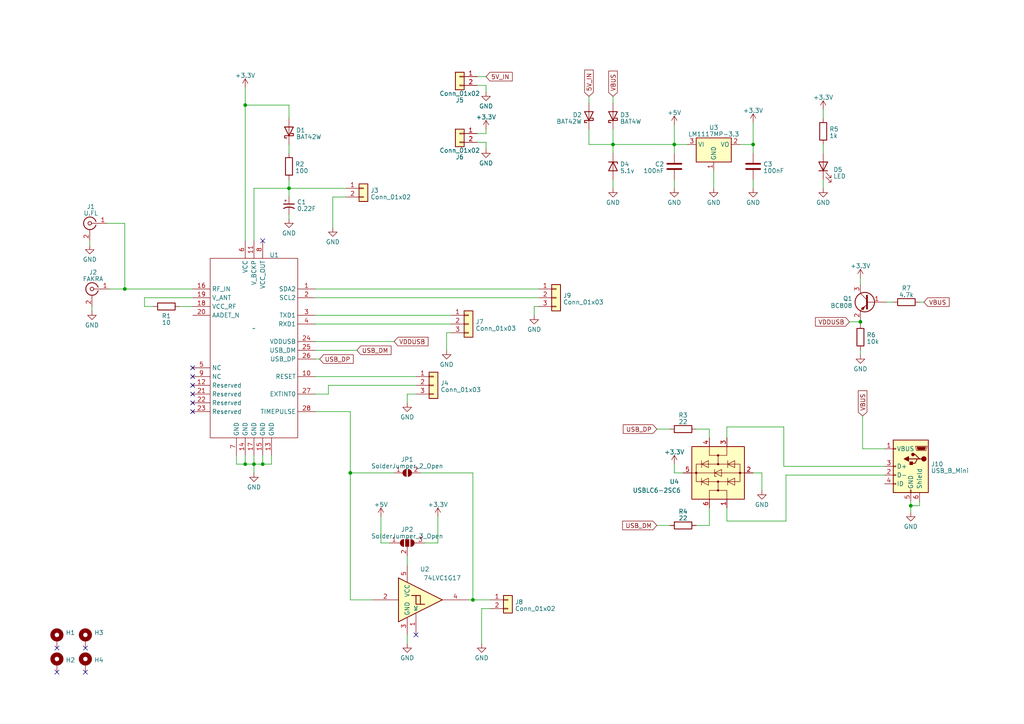
<source format=kicad_sch>
(kicad_sch (version 20230121) (generator eeschema)
  (paper "A4")
  (lib_symbols
    (symbol "74xGxx:74LVC1G17"
      (property "Reference" "U" (at 2.54 7.62 0))
      (property "Value" "74LVC1G17" (at 5.08 -7.62 0))
      (symbol "74LVC1G17_0_1"
        (polyline (pts (xy -2.54 1.27) (xy -1.27 1.27) (xy -1.27 -1.27)) (stroke (width 0.254)) (fill (type background)))
        (polyline (pts (xy -7.62 6.35) (xy -7.62 -6.35) (xy 5.08 0) (xy -7.62 6.35)) (stroke (width 0.254)) (fill (type background)))
        (polyline (pts (xy -3.81 1.27) (xy -2.54 1.27) (xy -2.54 -1.27) (xy 0 -1.27)) (stroke (width 0.254)) (fill (type background)))
      )
      (symbol "74LVC1G17_1_1"
        (pin free line (at -2.54 -10.16 90) (length 6.35) (name "NC") (number "1"))
        (pin input line (at -15.24 0 0) (length 7.62) (name "~") (number "2"))
        (pin power_in line (at -5.08 -10.16 90) (length 5.08) (name "GND") (number "3"))
        (pin output line (at 12.7 0 180) (length 7.62) (name "~") (number "4"))
        (pin power_in line (at -5.08 10.16 270) (length 5.08) (name "VCC") (number "5"))
      )
    )
    (symbol "Connector:Conn_Coaxial" (pin_names (offset 1.016) hide)
      (property "Reference" "J" (at 0.254 3.048 0))
      (property "Value" "Conn_Coaxial" (at 2.921 0 90))
      (symbol "Conn_Coaxial_0_1"
        (arc (start -1.778 -0.508) (mid 0.2311 -1.8066) (end 1.778 0) (stroke (width 0.254)))
        (polyline (pts (xy -2.54 0) (xy -0.508 0)))
        (polyline (pts (xy 0 -2.54) (xy 0 -1.778)))
        (circle (center 0 0) (radius 0.508) (stroke (width 0.2032)))
        (arc (start 1.778 0) (mid 0.2099 1.8101) (end -1.778 0.508) (stroke (width 0.254)))
      )
      (symbol "Conn_Coaxial_1_1"
        (pin passive line (at -5.08 0 0) (length 2.54) (name "In") (number "1"))
        (pin passive line (at 0 -5.08 90) (length 2.54) (name "Ext") (number "2"))
      )
    )
    (symbol "Connector:USB_B_Mini" (pin_names (offset 1.016))
      (property "Reference" "J" (at -5.08 11.43 0))
      (property "Value" "USB_B_Mini" (at -5.08 8.89 0))
      (symbol "USB_B_Mini_0_1"
        (rectangle (start -5.08 -7.62) (end 5.08 7.62) (stroke (width 0.254)) (fill (type background)))
        (circle (center -3.81 2.159) (radius 0.635) (stroke (width 0.254)) (fill (type outline)))
        (circle (center -0.635 3.429) (radius 0.381) (stroke (width 0.254)) (fill (type outline)))
        (rectangle (start -0.127 -7.62) (end 0.127 -6.858))
        (polyline (pts (xy -1.905 2.159) (xy 0.635 2.159)) (stroke (width 0.254)))
        (polyline (pts (xy -3.175 2.159) (xy -2.54 2.159) (xy -1.27 3.429) (xy -0.635 3.429)) (stroke (width 0.254)))
        (polyline (pts (xy -2.54 2.159) (xy -1.905 2.159) (xy -1.27 0.889) (xy 0 0.889)) (stroke (width 0.254)))
        (polyline (pts (xy 0.635 2.794) (xy 0.635 1.524) (xy 1.905 2.159) (xy 0.635 2.794)) (stroke (width 0.254)) (fill (type outline)))
        (polyline (pts (xy -4.318 5.588) (xy -1.778 5.588) (xy -2.032 4.826) (xy -4.064 4.826) (xy -4.318 5.588)) (fill (type outline)))
        (polyline (pts (xy -4.699 5.842) (xy -4.699 5.588) (xy -4.445 4.826) (xy -4.445 4.572) (xy -1.651 4.572) (xy -1.651 4.826) (xy -1.397 5.588) (xy -1.397 5.842) (xy -4.699 5.842)))
        (rectangle (start 0.254 1.27) (end -0.508 0.508) (stroke (width 0.254)) (fill (type outline)))
        (rectangle (start 5.08 -5.207) (end 4.318 -4.953))
        (rectangle (start 5.08 -2.667) (end 4.318 -2.413))
        (rectangle (start 5.08 -0.127) (end 4.318 0.127))
        (rectangle (start 5.08 4.953) (end 4.318 5.207))
      )
      (symbol "USB_B_Mini_1_1"
        (pin power_out line (at 7.62 5.08 180) (length 2.54) (name "VBUS") (number "1"))
        (pin bidirectional line (at 7.62 -2.54 180) (length 2.54) (name "D-") (number "2"))
        (pin bidirectional line (at 7.62 0 180) (length 2.54) (name "D+") (number "3"))
        (pin passive line (at 7.62 -5.08 180) (length 2.54) (name "ID") (number "4"))
        (pin power_out line (at 0 -10.16 90) (length 2.54) (name "GND") (number "5"))
        (pin passive line (at -2.54 -10.16 90) (length 2.54) (name "Shield") (number "6"))
      )
    )
    (symbol "Connector_Generic:Conn_01x02" (pin_names (offset 1.016) hide)
      (property "Reference" "J" (at 0 2.54 0))
      (property "Value" "Conn_01x02" (at 0 -5.08 0))
      (symbol "Conn_01x02_1_1"
        (rectangle (start -1.27 -2.413) (end 0 -2.667) (stroke (width 0.1524)))
        (rectangle (start -1.27 0.127) (end 0 -0.127) (stroke (width 0.1524)))
        (rectangle (start -1.27 1.27) (end 1.27 -3.81) (stroke (width 0.254)) (fill (type background)))
        (pin passive line (at -5.08 0 0) (length 3.81) (name "Pin_1") (number "1"))
        (pin passive line (at -5.08 -2.54 0) (length 3.81) (name "Pin_2") (number "2"))
      )
    )
    (symbol "Connector_Generic:Conn_01x03" (pin_names (offset 1.016) hide)
      (property "Reference" "J" (at 0 5.08 0))
      (property "Value" "Conn_01x03" (at 0 -5.08 0))
      (symbol "Conn_01x03_1_1"
        (rectangle (start -1.27 -2.413) (end 0 -2.667) (stroke (width 0.1524)))
        (rectangle (start -1.27 0.127) (end 0 -0.127) (stroke (width 0.1524)))
        (rectangle (start -1.27 2.667) (end 0 2.413) (stroke (width 0.1524)))
        (rectangle (start -1.27 3.81) (end 1.27 -3.81) (stroke (width 0.254)) (fill (type background)))
        (pin passive line (at -5.08 2.54 0) (length 3.81) (name "Pin_1") (number "1"))
        (pin passive line (at -5.08 0 0) (length 3.81) (name "Pin_2") (number "2"))
        (pin passive line (at -5.08 -2.54 0) (length 3.81) (name "Pin_3") (number "3"))
      )
    )
    (symbol "Device:C" (pin_numbers hide) (pin_names (offset 0.254))
      (property "Reference" "C" (at 0.635 2.54 0))
      (property "Value" "C" (at 0.635 -2.54 0))
      (symbol "C_0_1"
        (polyline (pts (xy -2.032 -0.762) (xy 2.032 -0.762)) (stroke (width 0.508)))
        (polyline (pts (xy -2.032 0.762) (xy 2.032 0.762)) (stroke (width 0.508)))
      )
      (symbol "C_1_1"
        (pin passive line (at 0 3.81 270) (length 2.794) (name "~") (number "1"))
        (pin passive line (at 0 -3.81 90) (length 2.794) (name "~") (number "2"))
      )
    )
    (symbol "Device:C_Polarized_Small_US" (pin_numbers hide) (pin_names (offset 0.254) hide)
      (property "Reference" "C" (at 0.254 1.778 0))
      (property "Value" "C_Polarized_Small_US" (at 0.254 -2.032 0))
      (symbol "C_Polarized_Small_US_0_1"
        (polyline (pts (xy -1.524 0.508) (xy 1.524 0.508)) (stroke (width 0.3048)))
        (polyline (pts (xy -1.27 1.524) (xy -0.762 1.524)))
        (polyline (pts (xy -1.016 1.27) (xy -1.016 1.778)))
        (arc (start 1.524 -0.762) (mid 0 -0.3734) (end -1.524 -0.762) (stroke (width 0.3048)))
      )
      (symbol "C_Polarized_Small_US_1_1"
        (pin passive line (at 0 2.54 270) (length 2.032) (name "~") (number "1"))
        (pin passive line (at 0 -2.54 90) (length 2.032) (name "~") (number "2"))
      )
    )
    (symbol "Device:D_Schottky" (pin_numbers hide) (pin_names (offset 1.016) hide)
      (property "Reference" "D" (at 0 2.54 0))
      (property "Value" "D_Schottky" (at 0 -2.54 0))
      (symbol "D_Schottky_0_1"
        (polyline (pts (xy 1.27 0) (xy -1.27 0)))
        (polyline (pts (xy 1.27 1.27) (xy 1.27 -1.27) (xy -1.27 0) (xy 1.27 1.27)) (stroke (width 0.254)))
        (polyline (pts (xy -1.905 0.635) (xy -1.905 1.27) (xy -1.27 1.27) (xy -1.27 -1.27) (xy -0.635 -1.27) (xy -0.635 -0.635)) (stroke (width 0.254)))
      )
      (symbol "D_Schottky_1_1"
        (pin passive line (at -3.81 0 0) (length 2.54) (name "K") (number "1"))
        (pin passive line (at 3.81 0 180) (length 2.54) (name "A") (number "2"))
      )
    )
    (symbol "Device:D_Zener" (pin_numbers hide) (pin_names (offset 1.016) hide)
      (property "Reference" "D" (at 0 2.54 0))
      (property "Value" "D_Zener" (at 0 -2.54 0))
      (symbol "D_Zener_0_1"
        (polyline (pts (xy 1.27 0) (xy -1.27 0)))
        (polyline (pts (xy -1.27 -1.27) (xy -1.27 1.27) (xy -0.762 1.27)) (stroke (width 0.254)))
        (polyline (pts (xy 1.27 -1.27) (xy 1.27 1.27) (xy -1.27 0) (xy 1.27 -1.27)) (stroke (width 0.254)))
      )
      (symbol "D_Zener_1_1"
        (pin passive line (at -3.81 0 0) (length 2.54) (name "K") (number "1"))
        (pin passive line (at 3.81 0 180) (length 2.54) (name "A") (number "2"))
      )
    )
    (symbol "Device:LED" (pin_numbers hide) (pin_names (offset 1.016) hide)
      (property "Reference" "D" (at 0 2.54 0))
      (property "Value" "LED" (at 0 -2.54 0))
      (symbol "LED_0_1"
        (polyline (pts (xy -1.27 -1.27) (xy -1.27 1.27)) (stroke (width 0.254)))
        (polyline (pts (xy -1.27 0) (xy 1.27 0)))
        (polyline (pts (xy 1.27 -1.27) (xy 1.27 1.27) (xy -1.27 0) (xy 1.27 -1.27)) (stroke (width 0.254)))
        (polyline (pts (xy -3.048 -0.762) (xy -4.572 -2.286) (xy -3.81 -2.286) (xy -4.572 -2.286) (xy -4.572 -1.524)))
        (polyline (pts (xy -1.778 -0.762) (xy -3.302 -2.286) (xy -2.54 -2.286) (xy -3.302 -2.286) (xy -3.302 -1.524)))
      )
      (symbol "LED_1_1"
        (pin passive line (at -3.81 0 0) (length 2.54) (name "K") (number "1"))
        (pin passive line (at 3.81 0 180) (length 2.54) (name "A") (number "2"))
      )
    )
    (symbol "Device:R" (pin_numbers hide) (pin_names (offset 0))
      (property "Reference" "R" (at 2.032 0 90))
      (property "Value" "R" (at 0 0 90))
      (symbol "R_0_1"
        (rectangle (start -1.016 -2.54) (end 1.016 2.54) (stroke (width 0.254)))
      )
      (symbol "R_1_1"
        (pin passive line (at 0 3.81 270) (length 1.27) (name "~") (number "1"))
        (pin passive line (at 0 -3.81 90) (length 1.27) (name "~") (number "2"))
      )
    )
    (symbol "Jumper:SolderJumper_2_Open" (pin_names (offset 0) hide)
      (property "Reference" "JP" (at 0 2.032 0))
      (property "Value" "SolderJumper_2_Open" (at 0 -2.54 0))
      (symbol "SolderJumper_2_Open_0_1"
        (arc (start -0.254 1.016) (mid -1.2656 0) (end -0.254 -1.016))
        (arc (start -0.254 1.016) (mid -1.2656 0) (end -0.254 -1.016) (fill (type outline)))
        (polyline (pts (xy -0.254 1.016) (xy -0.254 -1.016)))
        (polyline (pts (xy 0.254 1.016) (xy 0.254 -1.016)))
        (arc (start 0.254 -1.016) (mid 1.2656 0) (end 0.254 1.016))
        (arc (start 0.254 -1.016) (mid 1.2656 0) (end 0.254 1.016) (fill (type outline)))
      )
      (symbol "SolderJumper_2_Open_1_1"
        (pin passive line (at -3.81 0 0) (length 2.54) (name "A") (number "1"))
        (pin passive line (at 3.81 0 180) (length 2.54) (name "B") (number "2"))
      )
    )
    (symbol "Jumper:SolderJumper_3_Open" (pin_names (offset 0) hide)
      (property "Reference" "JP" (at -2.54 -2.54 0))
      (property "Value" "SolderJumper_3_Open" (at 0 2.794 0))
      (symbol "SolderJumper_3_Open_0_1"
        (arc (start -1.016 1.016) (mid -2.0276 0) (end -1.016 -1.016))
        (arc (start -1.016 1.016) (mid -2.0276 0) (end -1.016 -1.016) (fill (type outline)))
        (rectangle (start -0.508 1.016) (end 0.508 -1.016) (fill (type outline)))
        (polyline (pts (xy -2.54 0) (xy -2.032 0)))
        (polyline (pts (xy -1.016 1.016) (xy -1.016 -1.016)))
        (polyline (pts (xy 0 -1.27) (xy 0 -1.016)))
        (polyline (pts (xy 1.016 1.016) (xy 1.016 -1.016)))
        (polyline (pts (xy 2.54 0) (xy 2.032 0)))
        (arc (start 1.016 -1.016) (mid 2.0276 0) (end 1.016 1.016))
        (arc (start 1.016 -1.016) (mid 2.0276 0) (end 1.016 1.016) (fill (type outline)))
      )
      (symbol "SolderJumper_3_Open_1_1"
        (pin passive line (at -5.08 0 0) (length 2.54) (name "A") (number "1"))
        (pin passive line (at 0 -3.81 90) (length 2.54) (name "C") (number "2"))
        (pin passive line (at 5.08 0 180) (length 2.54) (name "B") (number "3"))
      )
    )
    (symbol "Mechanical:MountingHole_Pad" (pin_numbers hide) (pin_names (offset 1.016) hide)
      (property "Reference" "H" (at 0 6.35 0))
      (property "Value" "MountingHole_Pad" (at 0 4.445 0))
      (symbol "MountingHole_Pad_0_1"
        (circle (center 0 1.27) (radius 1.27) (stroke (width 1.27)))
      )
      (symbol "MountingHole_Pad_1_1"
        (pin input line (at 0 -2.54 90) (length 2.54) (name "1") (number "1"))
      )
    )
    (symbol "Power_Protection:USBLC6-2SC6" (pin_names hide)
      (property "Reference" "U" (at 2.54 8.89 0))
      (property "Value" "USBLC6-2SC6" (at 2.54 -8.89 0))
      (symbol "USBLC6-2SC6_0_1"
        (rectangle (start -7.62 -7.62) (end 7.62 7.62) (stroke (width 0.254)) (fill (type background)))
        (circle (center -5.08 0) (radius 0.254) (fill (type outline)))
        (circle (center -2.54 0) (radius 0.254) (fill (type outline)))
        (rectangle (start -2.54 6.35) (end 2.54 -6.35))
        (circle (center 0 -6.35) (radius 0.254) (fill (type outline)))
        (polyline (pts (xy -5.08 -2.54) (xy -7.62 -2.54)))
        (polyline (pts (xy -5.08 0) (xy -5.08 -2.54)))
        (polyline (pts (xy -5.08 2.54) (xy -7.62 2.54)))
        (polyline (pts (xy -1.524 -2.794) (xy -3.556 -2.794)))
        (polyline (pts (xy -1.524 4.826) (xy -3.556 4.826)))
        (polyline (pts (xy 0 -7.62) (xy 0 -6.35)))
        (polyline (pts (xy 0 -6.35) (xy 0 1.27)))
        (polyline (pts (xy 0 1.27) (xy 0 6.35)))
        (polyline (pts (xy 0 6.35) (xy 0 7.62)))
        (polyline (pts (xy 1.524 -2.794) (xy 3.556 -2.794)))
        (polyline (pts (xy 1.524 4.826) (xy 3.556 4.826)))
        (polyline (pts (xy 5.08 -2.54) (xy 7.62 -2.54)))
        (polyline (pts (xy 5.08 0) (xy 5.08 -2.54)))
        (polyline (pts (xy 5.08 2.54) (xy 7.62 2.54)))
        (polyline (pts (xy -2.54 0) (xy -5.08 0) (xy -5.08 2.54)))
        (polyline (pts (xy 2.54 0) (xy 5.08 0) (xy 5.08 2.54)))
        (polyline (pts (xy -3.556 -4.826) (xy -1.524 -4.826) (xy -2.54 -2.794) (xy -3.556 -4.826)))
        (polyline (pts (xy -3.556 2.794) (xy -1.524 2.794) (xy -2.54 4.826) (xy -3.556 2.794)))
        (polyline (pts (xy -1.016 -1.016) (xy 1.016 -1.016) (xy 0 1.016) (xy -1.016 -1.016)))
        (polyline (pts (xy 1.016 1.016) (xy 0.762 1.016) (xy -1.016 1.016) (xy -1.016 0.508)))
        (polyline (pts (xy 3.556 -4.826) (xy 1.524 -4.826) (xy 2.54 -2.794) (xy 3.556 -4.826)))
        (polyline (pts (xy 3.556 2.794) (xy 1.524 2.794) (xy 2.54 4.826) (xy 3.556 2.794)))
        (circle (center 0 6.35) (radius 0.254) (fill (type outline)))
        (circle (center 2.54 0) (radius 0.254) (fill (type outline)))
        (circle (center 5.08 0) (radius 0.254) (fill (type outline)))
      )
      (symbol "USBLC6-2SC6_1_1"
        (pin passive line (at -10.16 -2.54 0) (length 2.54) (name "I/O1") (number "1"))
        (pin passive line (at 0 -10.16 90) (length 2.54) (name "GND") (number "2"))
        (pin passive line (at 10.16 -2.54 180) (length 2.54) (name "I/O2") (number "3"))
        (pin passive line (at 10.16 2.54 180) (length 2.54) (name "I/O2") (number "4"))
        (pin passive line (at 0 10.16 270) (length 2.54) (name "VBUS") (number "5"))
        (pin passive line (at -10.16 2.54 0) (length 2.54) (name "I/O1") (number "6"))
      )
    )
    (symbol "Regulator_Linear:LM1117MP-3.3"
      (property "Reference" "U" (at -3.81 3.175 0))
      (property "Value" "LM1117MP-3.3" (at 0 3.175 0))
      (symbol "LM1117MP-3.3_0_1"
        (rectangle (start -5.08 -5.08) (end 5.08 1.905) (stroke (width 0.254)) (fill (type background)))
      )
      (symbol "LM1117MP-3.3_1_1"
        (pin power_in line (at 0 -7.62 90) (length 2.54) (name "GND") (number "1"))
        (pin power_out line (at 7.62 0 180) (length 2.54) (name "VO") (number "2"))
        (pin power_in line (at -7.62 0 0) (length 2.54) (name "VI") (number "3"))
      )
    )
    (symbol "Transistor_BJT:BC808" (pin_names (offset 0) hide)
      (property "Reference" "Q" (at 5.08 1.905 0))
      (property "Value" "BC808" (at 5.08 0 0))
      (symbol "BC808_0_1"
        (polyline (pts (xy 0.635 0.635) (xy 2.54 2.54)))
        (polyline (pts (xy 0.635 -0.635) (xy 2.54 -2.54) (xy 2.54 -2.54)))
        (polyline (pts (xy 0.635 1.905) (xy 0.635 -1.905) (xy 0.635 -1.905)) (stroke (width 0.508)))
        (polyline (pts (xy 2.286 -1.778) (xy 1.778 -2.286) (xy 1.27 -1.27) (xy 2.286 -1.778) (xy 2.286 -1.778)) (fill (type outline)))
        (circle (center 1.27 0) (radius 2.8194) (stroke (width 0.254)))
      )
      (symbol "BC808_1_1"
        (pin input line (at -5.08 0 0) (length 5.715) (name "B") (number "1"))
        (pin passive line (at 2.54 -5.08 90) (length 2.54) (name "E") (number "2"))
        (pin passive line (at 2.54 5.08 270) (length 2.54) (name "C") (number "3"))
      )
    )
    (symbol "power:+3.3V" (power) (pin_names (offset 0))
      (property "Value" "+3.3V" (at 0 3.556 0))
      (symbol "+3.3V_0_1"
        (polyline (pts (xy -0.762 1.27) (xy 0 2.54)))
        (polyline (pts (xy 0 0) (xy 0 2.54)))
        (polyline (pts (xy 0 2.54) (xy 0.762 1.27)))
      )
      (symbol "+3.3V_1_1"
        (pin power_in line (at 0 0 90) (length 0) hide (name "+3.3V") (number "1"))
      )
    )
    (symbol "power:+5V" (power) (pin_names (offset 0))
      (property "Value" "+5V" (at 0 3.556 0))
      (symbol "+5V_0_1"
        (polyline (pts (xy -0.762 1.27) (xy 0 2.54)))
        (polyline (pts (xy 0 0) (xy 0 2.54)))
        (polyline (pts (xy 0 2.54) (xy 0.762 1.27)))
      )
      (symbol "+5V_1_1"
        (pin power_in line (at 0 0 90) (length 0) hide (name "+5V") (number "1"))
      )
    )
    (symbol "power:GND" (power) (pin_names (offset 0))
      (property "Value" "GND" (at 0 -3.81 0))
      (symbol "GND_0_1"
        (polyline (pts (xy 0 0) (xy 0 -1.27) (xy 1.27 -1.27) (xy 0 -2.54) (xy -1.27 -1.27) (xy 0 -1.27)))
      )
      (symbol "GND_1_1"
        (pin power_in line (at 0 0 270) (length 0) hide (name "GND") (number "1"))
      )
    )
    (symbol "ublox-lea-6h:ublox-lea-6h"
      (property "Reference" "U" (at 0 0 0))
      (symbol "ublox-lea-6h_1_1"
        (rectangle (start -12.7 26.67) (end 12.7 -25.4))
        (pin bidirectional line (at 17.78 17.78 180) (length 5.08) (name "SDA2") (number "1"))
        (pin input line (at 17.78 -7.62 180) (length 5.08) (name "RESET") (number "10"))
        (pin power_in line (at 0 31.75 270) (length 5.08) (name "V_BCKP") (number "11"))
        (pin no_connect line (at -17.78 -10.16 0) (length 5.08) (name "Reserved") (number "12"))
        (pin power_in line (at 5.08 -30.48 90) (length 5.08) (name "GND") (number "13"))
        (pin power_in line (at -2.54 -30.48 90) (length 5.08) (name "GND") (number "14"))
        (pin power_in line (at 2.54 -30.48 90) (length 5.08) (name "GND") (number "15"))
        (pin input line (at -17.78 17.78 0) (length 5.08) (name "RF_IN") (number "16"))
        (pin power_in line (at 0 -30.48 90) (length 5.08) (name "GND") (number "17"))
        (pin power_in line (at -17.78 12.7 0) (length 5.08) (name "VCC_RF") (number "18"))
        (pin power_in line (at -17.78 15.24 0) (length 5.08) (name "V_ANT") (number "19"))
        (pin input line (at 17.78 15.24 180) (length 5.08) (name "SCL2") (number "2"))
        (pin input line (at -17.78 10.16 0) (length 5.08) (name "AADET_N") (number "20"))
        (pin no_connect line (at -17.78 -12.7 0) (length 5.08) (name "Reserved") (number "21"))
        (pin no_connect line (at -17.78 -15.24 0) (length 5.08) (name "Reserved") (number "22"))
        (pin no_connect line (at -17.78 -17.78 0) (length 5.08) (name "Reserved") (number "23"))
        (pin power_in line (at 17.78 2.54 180) (length 5.08) (name "VDDUSB") (number "24"))
        (pin bidirectional line (at 17.78 0 180) (length 5.08) (name "USB_DM") (number "25"))
        (pin bidirectional line (at 17.78 -2.54 180) (length 5.08) (name "USB_DP") (number "26"))
        (pin input line (at 17.78 -12.7 180) (length 5.08) (name "EXTINT0") (number "27"))
        (pin output line (at 17.78 -17.78 180) (length 5.08) (name "TIMEPULSE") (number "28"))
        (pin output line (at 17.78 10.16 180) (length 5.08) (name "TXD1") (number "3"))
        (pin input line (at 17.78 7.62 180) (length 5.08) (name "RXD1") (number "4"))
        (pin no_connect line (at -17.78 -5.08 0) (length 5.08) (name "NC") (number "5"))
        (pin power_in line (at -2.54 31.75 270) (length 5.08) (name "VCC") (number "6"))
        (pin power_in line (at -5.08 -30.48 90) (length 5.08) (name "GND") (number "7"))
        (pin power_out line (at 2.54 31.75 270) (length 5.08) (name "VCC_OUT") (number "8"))
        (pin no_connect line (at -17.78 -7.62 0) (length 5.08) (name "NC") (number "9"))
      )
    )
  )
  (junction (at 177.8 41.91))
  (junction (at 71.12 134.62))
  (junction (at 249.555 93.345))
  (junction (at 195.58 41.91))
  (junction (at 101.6 137.16))
  (junction (at 218.44 41.91))
  (junction (at 36.195 83.82))
  (junction (at 73.66 134.62))
  (junction (at 76.2 134.62))
  (junction (at 83.82 54.61))
  (junction (at 264.16 146.685))
  (junction (at 137.16 173.99))
  (junction (at 71.12 30.48))
  (no_connect (at 24.765 194.945))
  (no_connect (at 55.88 111.76))
  (no_connect (at 24.765 187.96))
  (no_connect (at 120.65 184.15))
  (no_connect (at 55.88 119.38))
  (no_connect (at 55.88 109.22))
  (no_connect (at 55.88 116.84))
  (no_connect (at 55.88 106.68))
  (no_connect (at 76.2 69.85))
  (no_connect (at 16.51 187.96))
  (no_connect (at 16.51 194.945))
  (no_connect (at 55.88 114.3))
  (wire (pts (xy 68.58 134.62) (xy 71.12 134.62)))
  (wire (pts (xy 36.195 83.82) (xy 55.88 83.82)))
  (wire (pts (xy 83.82 62.23) (xy 83.82 63.5)))
  (wire (pts (xy 138.43 41.275) (xy 140.97 41.275)))
  (wire (pts (xy 156.21 88.9) (xy 154.94 88.9)))
  (wire (pts (xy 110.49 149.86) (xy 110.49 157.48)))
  (wire (pts (xy 73.66 134.62) (xy 76.2 134.62)))
  (wire (pts (xy 83.82 30.48) (xy 71.12 30.48)))
  (wire (pts (xy 130.81 96.52) (xy 129.54 96.52)))
  (wire (pts (xy 218.44 41.91) (xy 218.44 44.45)))
  (wire (pts (xy 198.12 137.16) (xy 195.58 137.16)))
  (wire (pts (xy 137.16 137.16) (xy 137.16 173.99)))
  (wire (pts (xy 218.44 52.07) (xy 218.44 54.61)))
  (wire (pts (xy 91.44 91.44) (xy 130.81 91.44)))
  (wire (pts (xy 177.8 41.91) (xy 195.58 41.91)))
  (wire (pts (xy 71.12 132.08) (xy 71.12 134.62)))
  (wire (pts (xy 55.88 86.36) (xy 41.91 86.36)))
  (wire (pts (xy 118.11 161.29) (xy 118.11 163.83)))
  (wire (pts (xy 91.44 93.98) (xy 130.81 93.98)))
  (wire (pts (xy 249.555 93.345) (xy 249.555 93.98)))
  (wire (pts (xy 101.6 137.16) (xy 114.3 137.16)))
  (wire (pts (xy 73.66 54.61) (xy 83.82 54.61)))
  (wire (pts (xy 83.82 41.91) (xy 83.82 44.45)))
  (wire (pts (xy 127 149.86) (xy 127 157.48)))
  (wire (pts (xy 123.19 157.48) (xy 127 157.48)))
  (wire (pts (xy 91.44 101.6) (xy 103.505 101.6)))
  (wire (pts (xy 138.43 22.225) (xy 140.97 22.225)))
  (wire (pts (xy 220.98 137.16) (xy 220.98 142.24)))
  (wire (pts (xy 195.58 41.91) (xy 195.58 44.45)))
  (wire (pts (xy 238.76 31.75) (xy 238.76 34.29)))
  (wire (pts (xy 257.175 87.63) (xy 259.08 87.63)))
  (wire (pts (xy 195.58 137.16) (xy 195.58 134.62)))
  (wire (pts (xy 249.555 101.6) (xy 249.555 102.87)))
  (wire (pts (xy 83.82 52.07) (xy 83.82 54.61)))
  (wire (pts (xy 250.19 130.175) (xy 256.54 130.175)))
  (wire (pts (xy 170.815 37.465) (xy 170.815 41.91)))
  (wire (pts (xy 170.815 41.91) (xy 177.8 41.91)))
  (wire (pts (xy 83.82 54.61) (xy 100.33 54.61)))
  (wire (pts (xy 140.97 24.765) (xy 140.97 26.67)))
  (wire (pts (xy 91.44 99.06) (xy 114.3 99.06)))
  (wire (pts (xy 264.16 145.415) (xy 264.16 146.685)))
  (wire (pts (xy 91.44 119.38) (xy 101.6 119.38)))
  (wire (pts (xy 71.12 25.4) (xy 71.12 30.48)))
  (wire (pts (xy 83.82 54.61) (xy 83.82 57.15)))
  (wire (pts (xy 26.67 88.9) (xy 26.67 90.17)))
  (wire (pts (xy 264.16 146.685) (xy 264.16 148.59)))
  (wire (pts (xy 205.74 124.46) (xy 205.74 127)))
  (wire (pts (xy 195.58 52.07) (xy 195.58 54.61)))
  (wire (pts (xy 266.7 87.63) (xy 267.97 87.63)))
  (wire (pts (xy 83.82 34.29) (xy 83.82 30.48)))
  (wire (pts (xy 36.195 64.77) (xy 36.195 83.82)))
  (wire (pts (xy 227.33 135.255) (xy 227.33 123.825)))
  (wire (pts (xy 177.8 27.94) (xy 177.8 29.845)))
  (wire (pts (xy 177.8 37.465) (xy 177.8 41.91)))
  (wire (pts (xy 250.19 120.65) (xy 250.19 130.175)))
  (wire (pts (xy 31.115 64.77) (xy 36.195 64.77)))
  (wire (pts (xy 73.66 54.61) (xy 73.66 69.85)))
  (wire (pts (xy 100.33 57.15) (xy 96.52 57.15)))
  (wire (pts (xy 91.44 109.22) (xy 120.65 109.22)))
  (wire (pts (xy 138.43 24.765) (xy 140.97 24.765)))
  (wire (pts (xy 137.16 173.99) (xy 142.24 173.99)))
  (wire (pts (xy 135.89 173.99) (xy 137.16 173.99)))
  (wire (pts (xy 256.54 135.255) (xy 227.33 135.255)))
  (wire (pts (xy 118.11 114.3) (xy 118.11 116.84)))
  (wire (pts (xy 249.555 80.645) (xy 249.555 82.55)))
  (wire (pts (xy 210.82 151.13) (xy 227.965 151.13)))
  (wire (pts (xy 238.76 41.91) (xy 238.76 44.45)))
  (wire (pts (xy 190.5 124.46) (xy 194.31 124.46)))
  (wire (pts (xy 101.6 173.99) (xy 107.95 173.99)))
  (wire (pts (xy 170.815 27.94) (xy 170.815 29.845)))
  (wire (pts (xy 207.01 49.53) (xy 207.01 54.61)))
  (wire (pts (xy 138.43 38.735) (xy 140.97 38.735)))
  (wire (pts (xy 73.66 134.62) (xy 73.66 137.16)))
  (wire (pts (xy 120.65 114.3) (xy 118.11 114.3)))
  (wire (pts (xy 266.7 146.685) (xy 266.7 145.415)))
  (wire (pts (xy 195.58 41.91) (xy 199.39 41.91)))
  (wire (pts (xy 205.74 147.32) (xy 205.74 152.4)))
  (wire (pts (xy 91.44 86.36) (xy 156.21 86.36)))
  (wire (pts (xy 91.44 104.14) (xy 92.71 104.14)))
  (wire (pts (xy 227.965 137.795) (xy 256.54 137.795)))
  (wire (pts (xy 238.76 52.07) (xy 238.76 54.61)))
  (wire (pts (xy 113.03 157.48) (xy 110.49 157.48)))
  (wire (pts (xy 52.07 88.9) (xy 55.88 88.9)))
  (wire (pts (xy 91.44 114.3) (xy 95.25 114.3)))
  (wire (pts (xy 76.2 132.08) (xy 76.2 134.62)))
  (wire (pts (xy 71.12 30.48) (xy 71.12 69.85)))
  (wire (pts (xy 264.16 146.685) (xy 266.7 146.685)))
  (wire (pts (xy 41.91 88.9) (xy 44.45 88.9)))
  (wire (pts (xy 101.6 119.38) (xy 101.6 137.16)))
  (wire (pts (xy 71.12 134.62) (xy 73.66 134.62)))
  (wire (pts (xy 91.44 83.82) (xy 156.21 83.82)))
  (wire (pts (xy 78.74 134.62) (xy 78.74 132.08)))
  (wire (pts (xy 177.8 44.45) (xy 177.8 41.91)))
  (wire (pts (xy 142.24 176.53) (xy 139.7 176.53)))
  (wire (pts (xy 218.44 137.16) (xy 220.98 137.16)))
  (wire (pts (xy 95.25 114.3) (xy 95.25 111.76)))
  (wire (pts (xy 140.97 41.275) (xy 140.97 43.18)))
  (wire (pts (xy 227.965 151.13) (xy 227.965 137.795)))
  (wire (pts (xy 190.5 152.4) (xy 194.31 152.4)))
  (wire (pts (xy 210.82 123.825) (xy 210.82 127)))
  (wire (pts (xy 76.2 134.62) (xy 78.74 134.62)))
  (wire (pts (xy 95.25 111.76) (xy 120.65 111.76)))
  (wire (pts (xy 121.92 137.16) (xy 137.16 137.16)))
  (wire (pts (xy 73.66 132.08) (xy 73.66 134.62)))
  (wire (pts (xy 177.8 52.07) (xy 177.8 54.61)))
  (wire (pts (xy 129.54 96.52) (xy 129.54 101.6)))
  (wire (pts (xy 249.555 92.71) (xy 249.555 93.345)))
  (wire (pts (xy 227.33 123.825) (xy 210.82 123.825)))
  (wire (pts (xy 154.94 88.9) (xy 154.94 91.44)))
  (wire (pts (xy 31.75 83.82) (xy 36.195 83.82)))
  (wire (pts (xy 26.035 69.85) (xy 26.035 71.12)))
  (wire (pts (xy 246.38 93.345) (xy 249.555 93.345)))
  (wire (pts (xy 139.7 176.53) (xy 139.7 186.69)))
  (wire (pts (xy 195.58 36.195) (xy 195.58 41.91)))
  (wire (pts (xy 118.11 184.15) (xy 118.11 186.69)))
  (wire (pts (xy 68.58 132.08) (xy 68.58 134.62)))
  (wire (pts (xy 41.91 86.36) (xy 41.91 88.9)))
  (wire (pts (xy 96.52 57.15) (xy 96.52 66.04)))
  (wire (pts (xy 140.97 37.465) (xy 140.97 38.735)))
  (wire (pts (xy 218.44 35.56) (xy 218.44 41.91)))
  (wire (pts (xy 210.82 147.32) (xy 210.82 151.13)))
  (wire (pts (xy 201.93 152.4) (xy 205.74 152.4)))
  (wire (pts (xy 101.6 137.16) (xy 101.6 173.99)))
  (wire (pts (xy 214.63 41.91) (xy 218.44 41.91)))
  (wire (pts (xy 205.74 124.46) (xy 201.93 124.46)))
  (global_label "VDDUSB" (shape input) (at 246.38 93.345 180) (property "Intersheetrefs" "${INTERSHEET_REFS}" (effects hide)))
  (global_label "VBUS" (shape input) (at 267.97 87.63 0) (property "Intersheetrefs" "${INTERSHEET_REFS}" (effects hide)))
  (global_label "5V_IN" (shape input) (at 170.815 27.94 90) (property "Intersheetrefs" "${INTERSHEET_REFS}" (effects hide)))
  (global_label "VBUS" (shape input) (at 177.8 27.94 90) (property "Intersheetrefs" "${INTERSHEET_REFS}" (effects hide)))
  (global_label "USB_DP" (shape input) (at 190.5 124.46 180) (property "Intersheetrefs" "${INTERSHEET_REFS}" (effects hide)))
  (global_label "VDDUSB" (shape input) (at 114.3 99.06 0) (property "Intersheetrefs" "${INTERSHEET_REFS}" (effects hide)))
  (global_label "USB_DM" (shape input) (at 103.505 101.6 0) (property "Intersheetrefs" "${INTERSHEET_REFS}" (effects hide)))
  (global_label "VBUS" (shape input) (at 250.19 120.65 90) (property "Intersheetrefs" "${INTERSHEET_REFS}" (effects hide)))
  (global_label "USB_DP" (shape input) (at 92.71 104.14 0) (property "Intersheetrefs" "${INTERSHEET_REFS}" (effects hide)))
  (global_label "USB_DM" (shape input) (at 190.5 152.4 180) (property "Intersheetrefs" "${INTERSHEET_REFS}" (effects hide)))
  (global_label "5V_IN" (shape input) (at 140.97 22.225 0) (property "Intersheetrefs" "${INTERSHEET_REFS}" (effects hide)))
  (symbol (lib_id "Connector:Conn_Coaxial") (at 26.67 83.82 0) (mirror y) (unit 1)
    (property "Reference" "J2" (at 26.9874 78.9835 0))
    (property "Value" "FAKRA" (at 26.9874 80.9045 0))
    (property "Footprint" "Connector_Coaxial:SMA_Amphenol_901-144_Vertical" (effects hide))
    (property "Datasheet" " ~" (effects hide))
    (property "reichelt" "DELOCK 89774" (effects hide))
  )
  (symbol (lib_id "power:+3.3V") (at 238.76 31.75 0) (unit 1)
    (property "Reference" "#PWR025" (effects hide))
    (property "Value" "+3.3V" (at 238.76 28.2481 0))
  )
  (symbol (lib_id "power:+3.3V") (at 195.58 134.62 0) (unit 1)
    (property "Reference" "#PWR020" (effects hide))
    (property "Value" "+3.3V" (at 195.58 131.1181 0))
  )
  (symbol (lib_id "Mechanical:MountingHole_Pad") (at 16.51 192.405 0) (unit 1)
    (property "Reference" "H2" (at 19.05 191.4518 0) (effects (justify left)))
    (property "Value" "MountingHole_Pad" (effects hide))
    (property "Footprint" "MountingHole:MountingHole_3.2mm_M3_DIN965_Pad_TopBottom" (effects hide))
  )
  (symbol (lib_id "Device:C_Polarized_Small_US") (at 83.82 59.69 0) (unit 1)
    (property "Reference" "C1" (at 86.1314 58.6145 0) (effects (justify left)))
    (property "Value" "0.22F" (at 86.1314 60.5355 0) (effects (justify left)))
    (property "Footprint" "DMS3R3224RF:DMS3R3224RF" (effects hide))
    (property "Reichelt" "KO DMS3R3224RF" (effects hide))
  )
  (symbol (lib_id "Device:LED") (at 238.76 48.26 90) (unit 1)
    (property "Reference" "D5" (at 241.681 49.2038 90) (effects (justify right)))
    (property "Value" "LED" (at 241.681 51.1248 90) (effects (justify right)))
    (property "Footprint" "LED_SMD:LED_0603_1608Metric_Pad1.05x0.95mm_HandSolder" (effects hide))
  )
  (symbol (lib_id "power:GND") (at 83.82 63.5 0) (unit 1)
    (property "Reference" "#PWR05" (effects hide))
    (property "Value" "GND" (at 83.82 67.6355 0))
  )
  (symbol (lib_id "power:GND") (at 195.58 54.61 0) (unit 1)
    (property "Reference" "#PWR019" (effects hide))
    (property "Value" "GND" (at 195.58 58.7455 0))
  )
  (symbol (lib_id "power:GND") (at 26.67 90.17 0) (unit 1)
    (property "Reference" "#PWR02" (effects hide))
    (property "Value" "GND" (at 26.67 94.3055 0))
  )
  (symbol (lib_id "Mechanical:MountingHole_Pad") (at 24.765 192.405 0) (unit 1)
    (property "Reference" "H4" (at 27.305 191.4518 0) (effects (justify left)))
    (property "Value" "MountingHole_Pad" (effects hide))
    (property "Footprint" "MountingHole:MountingHole_3.2mm_M3_DIN965_Pad_TopBottom" (effects hide))
  )
  (symbol (lib_id "Device:D_Zener") (at 177.8 48.26 270) (unit 1)
    (property "Reference" "D4" (at 179.832 47.6163 90) (effects (justify left)))
    (property "Value" "5.1v" (at 179.832 49.5373 90) (effects (justify left)))
    (property "Footprint" "Diode_SMD:D_SOD-323_HandSoldering" (effects hide))
  )
  (symbol (lib_id "Connector:Conn_Coaxial") (at 26.035 64.77 0) (mirror y) (unit 1)
    (property "Reference" "J1" (at 26.3524 59.9335 0))
    (property "Value" "U.FL" (at 26.3524 61.8545 0))
    (property "Footprint" "Connector_Coaxial:U.FL_Molex_MCRF_73412-0110_Vertical" (effects hide))
    (property "Datasheet" " ~" (effects hide))
  )
  (symbol (lib_id "power:GND") (at 218.44 54.61 0) (unit 1)
    (property "Reference" "#PWR023" (effects hide))
    (property "Value" "GND" (at 218.44 58.7455 0))
  )
  (symbol (lib_id "74xGxx:74LVC1G17") (at 123.19 173.99 0) (unit 1)
    (property "Reference" "U2" (at 123.19 165.1 0))
    (property "Value" "74LVC1G17" (at 128.27 167.64 0))
    (property "Footprint" "Package_TO_SOT_SMD:SOT-23-5_HandSoldering" (effects hide))
    (property "Datasheet" "https://www.ti.com/lit/ds/symlink/sn74lvc1g17.pdf" (effects hide))
  )
  (symbol (lib_id "Mechanical:MountingHole_Pad") (at 24.765 185.42 0) (unit 1)
    (property "Reference" "H3" (at 27.305 183.5063 0) (effects (justify left)))
    (property "Value" "MountingHole_Pad" (effects hide))
    (property "Footprint" "MountingHole:MountingHole_3.2mm_M3_DIN965_Pad_TopBottom" (effects hide))
  )
  (symbol (lib_id "Connector:USB_B_Mini") (at 264.16 135.255 0) (mirror y) (unit 1)
    (property "Reference" "J10" (at 270.002 134.6113 0) (effects (justify right)))
    (property "Value" "USB_B_Mini" (at 270.002 136.5323 0) (effects (justify right)))
    (property "Footprint" "Connector_USB:USB_Mini-B_Lumberg_2486_01_Horizontal" (effects hide))
  )
  (symbol (lib_id "power:GND") (at 249.555 102.87 0) (unit 1)
    (property "Reference" "#PWR028" (effects hide))
    (property "Value" "GND" (at 249.555 107.0055 0))
  )
  (symbol (lib_id "Connector_Generic:Conn_01x02") (at 105.41 54.61 0) (unit 1)
    (property "Reference" "J3" (at 107.442 55.2363 0) (effects (justify left)))
    (property "Value" "Conn_01x02" (at 107.442 57.1573 0) (effects (justify left)))
    (property "Footprint" "Connector_PinHeader_2.54mm:PinHeader_1x02_P2.54mm_Vertical" (effects hide))
  )
  (symbol (lib_id "Device:R") (at 83.82 48.26 0) (unit 1)
    (property "Reference" "R2" (at 85.598 47.6163 0) (effects (justify left)))
    (property "Value" "100" (at 85.598 49.5373 0) (effects (justify left)))
    (property "Footprint" "Resistor_SMD:R_0603_1608Metric_Pad0.98x0.95mm_HandSolder" (effects hide))
  )
  (symbol (lib_id "ublox-lea-6h:ublox-lea-6h") (at 73.66 101.6 0) (unit 1)
    (property "Reference" "U1" (at 78.1559 73.9681 0) (effects (justify left)))
    (property "Value" "~" (at 73.66 95.25 0))
    (property "Footprint" "RF_GPS:ublox_LEA" (effects hide))
  )
  (symbol (lib_id "Device:R") (at 262.89 87.63 90) (unit 1)
    (property "Reference" "R7" (at 262.89 83.6041 90))
    (property "Value" "4.7k" (at 262.89 85.5251 90))
    (property "Footprint" "Resistor_SMD:R_0603_1608Metric_Pad0.98x0.95mm_HandSolder" (effects hide))
  )
  (symbol (lib_id "Regulator_Linear:LM1117MP-3.3") (at 207.01 41.91 0) (unit 1)
    (property "Reference" "U3" (at 207.01 36.9951 0))
    (property "Value" "LM1117MP-3.3" (at 207.01 38.9161 0))
    (property "Footprint" "Package_TO_SOT_SMD:SOT-223-3_TabPin2" (effects hide))
    (property "Datasheet" "http://www.ti.com/lit/ds/symlink/lm1117.pdf" (effects hide))
  )
  (symbol (lib_id "Jumper:SolderJumper_2_Open") (at 118.11 137.16 0) (unit 1)
    (property "Reference" "JP1" (at 118.11 133.2611 0))
    (property "Value" "SolderJumper_2_Open" (at 118.11 135.1821 0))
    (property "Footprint" "Jumper:SolderJumper-2_P1.3mm_Open_RoundedPad1.0x1.5mm" (effects hide))
  )
  (symbol (lib_id "Connector_Generic:Conn_01x02") (at 133.35 38.735 0) (mirror y) (unit 1)
    (property "Reference" "J6" (at 133.35 45.5549 0))
    (property "Value" "Conn_01x02" (at 133.35 43.6339 0))
    (property "Footprint" "Connector_PinHeader_2.54mm:PinHeader_1x02_P2.54mm_Vertical" (effects hide))
  )
  (symbol (lib_id "Device:R") (at 238.76 38.1 0) (unit 1)
    (property "Reference" "R5" (at 240.538 37.4563 0) (effects (justify left)))
    (property "Value" "1k" (at 240.538 39.3773 0) (effects (justify left)))
    (property "Footprint" "Resistor_SMD:R_0603_1608Metric_Pad0.98x0.95mm_HandSolder" (effects hide))
  )
  (symbol (lib_id "Connector_Generic:Conn_01x03") (at 161.29 86.36 0) (unit 1)
    (property "Reference" "J9" (at 163.322 85.7163 0) (effects (justify left)))
    (property "Value" "Conn_01x03" (at 163.322 87.6373 0) (effects (justify left)))
    (property "Footprint" "Connector_PinHeader_2.54mm:PinHeader_1x03_P2.54mm_Vertical" (effects hide))
  )
  (symbol (lib_id "Mechanical:MountingHole_Pad") (at 16.51 185.42 0) (unit 1)
    (property "Reference" "H1" (at 19.05 183.5063 0) (effects (justify left)))
    (property "Value" "MountingHole_Pad" (effects hide))
    (property "Footprint" "MountingHole:MountingHole_3.2mm_M3_DIN965_Pad_TopBottom" (effects hide))
  )
  (symbol (lib_id "power:GND") (at 140.97 43.18 0) (unit 1)
    (property "Reference" "#PWR015" (effects hide))
    (property "Value" "GND" (at 140.97 47.3155 0))
  )
  (symbol (lib_id "Connector_Generic:Conn_01x02") (at 147.32 173.99 0) (unit 1)
    (property "Reference" "J8" (at 149.352 174.6163 0) (effects (justify left)))
    (property "Value" "Conn_01x02" (at 149.352 176.5373 0) (effects (justify left)))
    (property "Footprint" "Connector_PinHeader_2.54mm:PinHeader_1x02_P2.54mm_Vertical" (effects hide))
  )
  (symbol (lib_id "Device:R") (at 198.12 152.4 90) (unit 1)
    (property "Reference" "R4" (at 198.12 148.3741 90))
    (property "Value" "22" (at 198.12 150.2951 90))
    (property "Footprint" "Resistor_SMD:R_0603_1608Metric_Pad0.98x0.95mm_HandSolder" (effects hide))
  )
  (symbol (lib_id "power:GND") (at 139.7 186.69 0) (unit 1)
    (property "Reference" "#PWR012" (effects hide))
    (property "Value" "GND" (at 139.7 190.8255 0))
  )
  (symbol (lib_id "Device:R") (at 48.26 88.9 90) (unit 1)
    (property "Reference" "R1" (at 48.26 91.6385 90))
    (property "Value" "10" (at 48.26 93.5595 90))
    (property "Footprint" "Resistor_SMD:R_0603_1608Metric_Pad0.98x0.95mm_HandSolder" (effects hide))
  )
  (symbol (lib_id "Device:C") (at 195.58 48.26 0) (unit 1)
    (property "Reference" "C2" (at 192.6591 47.6163 0) (effects (justify right)))
    (property "Value" "100nF" (at 192.6591 49.5373 0) (effects (justify right)))
    (property "Footprint" "Capacitor_SMD:C_0603_1608Metric_Pad1.08x0.95mm_HandSolder" (effects hide))
  )
  (symbol (lib_id "Device:C") (at 218.44 48.26 0) (unit 1)
    (property "Reference" "C3" (at 221.361 47.6163 0) (effects (justify left)))
    (property "Value" "100nF" (at 221.361 49.5373 0) (effects (justify left)))
    (property "Footprint" "Capacitor_SMD:C_0603_1608Metric_Pad1.08x0.95mm_HandSolder" (effects hide))
  )
  (symbol (lib_id "power:GND") (at 177.8 54.61 0) (unit 1)
    (property "Reference" "#PWR017" (effects hide))
    (property "Value" "GND" (at 177.8 58.7455 0))
  )
  (symbol (lib_id "power:+3.3V") (at 71.12 25.4 0) (unit 1)
    (property "Reference" "#PWR03" (effects hide))
    (property "Value" "+3.3V" (at 71.12 21.8981 0))
  )
  (symbol (lib_id "power:+5V") (at 195.58 36.195 0) (unit 1)
    (property "Reference" "#PWR018" (effects hide))
    (property "Value" "+5V" (at 195.58 32.6931 0))
  )
  (symbol (lib_id "power:GND") (at 129.54 101.6 0) (unit 1)
    (property "Reference" "#PWR011" (effects hide))
    (property "Value" "GND" (at 129.54 105.7355 0))
  )
  (symbol (lib_id "Device:D_Schottky") (at 177.8 33.655 90) (unit 1)
    (property "Reference" "D3" (at 179.832 33.3288 90) (effects (justify right)))
    (property "Value" "BAT4W" (at 179.832 35.2498 90) (effects (justify right)))
    (property "Footprint" "Diode_SMD:D_SOD-323_HandSoldering" (effects hide))
  )
  (symbol (lib_id "power:+5V") (at 110.49 149.86 0) (unit 1)
    (property "Reference" "#PWR07" (effects hide))
    (property "Value" "+5V" (at 110.49 146.3581 0))
  )
  (symbol (lib_id "power:+3.3V") (at 127 149.86 0) (unit 1)
    (property "Reference" "#PWR010" (effects hide))
    (property "Value" "+3.3V" (at 127 146.3581 0))
  )
  (symbol (lib_id "Connector_Generic:Conn_01x03") (at 125.73 111.76 0) (unit 1)
    (property "Reference" "J4" (at 127.762 111.1163 0) (effects (justify left)))
    (property "Value" "Conn_01x03" (at 127.762 113.0373 0) (effects (justify left)))
    (property "Footprint" "Connector_PinHeader_2.54mm:PinHeader_1x03_P2.54mm_Vertical" (effects hide))
  )
  (symbol (lib_id "Transistor_BJT:BC808") (at 252.095 87.63 0) (mirror y) (unit 1)
    (property "Reference" "Q1" (at 247.2437 86.606 0) (effects (justify left)))
    (property "Value" "BC808" (at 247.2437 88.654 0) (effects (justify left)))
    (property "Footprint" "Package_TO_SOT_SMD:SOT-23" (effects hide))
    (property "Datasheet" "https://www.onsemi.com/pub/Collateral/BC808-D.pdf" (effects hide))
  )
  (symbol (lib_id "power:+3.3V") (at 249.555 80.645 0) (unit 1)
    (property "Reference" "#PWR027" (effects hide))
    (property "Value" "+3.3V" (at 249.555 77.1431 0))
  )
  (symbol (lib_id "power:GND") (at 154.94 91.44 0) (unit 1)
    (property "Reference" "#PWR016" (effects hide))
    (property "Value" "GND" (at 154.94 95.5755 0))
  )
  (symbol (lib_id "power:GND") (at 96.52 66.04 0) (unit 1)
    (property "Reference" "#PWR06" (effects hide))
    (property "Value" "GND" (at 96.52 70.1755 0))
  )
  (symbol (lib_id "Device:R") (at 249.555 97.79 180) (unit 1)
    (property "Reference" "R6" (at 251.333 97.1463 0) (effects (justify right)))
    (property "Value" "10k" (at 251.333 99.0673 0) (effects (justify right)))
    (property "Footprint" "Resistor_SMD:R_0603_1608Metric_Pad0.98x0.95mm_HandSolder" (effects hide))
  )
  (symbol (lib_id "power:GND") (at 238.76 54.61 0) (unit 1)
    (property "Reference" "#PWR026" (effects hide))
    (property "Value" "GND" (at 238.76 58.7455 0))
  )
  (symbol (lib_id "power:+3.3V") (at 140.97 37.465 0) (unit 1)
    (property "Reference" "#PWR014" (effects hide))
    (property "Value" "+3.3V" (at 140.97 33.9631 0))
  )
  (symbol (lib_id "Connector_Generic:Conn_01x03") (at 135.89 93.98 0) (unit 1)
    (property "Reference" "J7" (at 137.922 93.3363 0) (effects (justify left)))
    (property "Value" "Conn_01x03" (at 137.922 95.2573 0) (effects (justify left)))
    (property "Footprint" "Connector_PinHeader_2.54mm:PinHeader_1x03_P2.54mm_Vertical" (effects hide))
  )
  (symbol (lib_id "power:GND") (at 118.11 186.69 0) (unit 1)
    (property "Reference" "#PWR09" (effects hide))
    (property "Value" "GND" (at 118.11 190.8255 0))
  )
  (symbol (lib_id "power:GND") (at 207.01 54.61 0) (unit 1)
    (property "Reference" "#PWR021" (effects hide))
    (property "Value" "GND" (at 207.01 58.7455 0))
  )
  (symbol (lib_id "Jumper:SolderJumper_3_Open") (at 118.11 157.48 0) (unit 1)
    (property "Reference" "JP2" (at 118.11 153.5811 0))
    (property "Value" "SolderJumper_3_Open" (at 118.11 155.5021 0))
    (property "Footprint" "Jumper:SolderJumper-3_P1.3mm_Open_RoundedPad1.0x1.5mm" (effects hide))
  )
  (symbol (lib_id "Power_Protection:USBLC6-2SC6") (at 208.28 137.16 90) (unit 1)
    (property "Reference" "U4" (at 195.58 139.7 90))
    (property "Value" "USBLC6-2SC6" (at 190.5 142.24 90))
    (property "Footprint" "Package_TO_SOT_SMD:SOT-23-6" (effects hide))
    (property "Datasheet" "https://www.st.com/resource/en/datasheet/usblc6-2.pdf" (effects hide))
  )
  (symbol (lib_id "Device:D_Schottky") (at 170.815 33.655 90) (unit 1)
    (property "Reference" "D2" (at 168.783 33.3288 90) (effects (justify left)))
    (property "Value" "BAT42W" (at 168.783 35.2498 90) (effects (justify left)))
    (property "Footprint" "Diode_SMD:D_SOD-323_HandSoldering" (effects hide))
  )
  (symbol (lib_id "Connector_Generic:Conn_01x02") (at 133.35 22.225 0) (mirror y) (unit 1)
    (property "Reference" "J5" (at 133.35 29.0449 0))
    (property "Value" "Conn_01x02" (at 133.35 27.1239 0))
    (property "Footprint" "Connector_PinHeader_2.54mm:PinHeader_1x02_P2.54mm_Vertical" (effects hide))
  )
  (symbol (lib_id "power:GND") (at 73.66 137.16 0) (unit 1)
    (property "Reference" "#PWR04" (effects hide))
    (property "Value" "GND" (at 73.66 141.2955 0))
  )
  (symbol (lib_id "power:GND") (at 118.11 116.84 0) (unit 1)
    (property "Reference" "#PWR08" (effects hide))
    (property "Value" "GND" (at 118.11 120.9755 0))
  )
  (symbol (lib_id "Device:D_Schottky") (at 83.82 38.1 90) (unit 1)
    (property "Reference" "D1" (at 85.852 37.7738 90) (effects (justify right)))
    (property "Value" "BAT42W" (at 85.852 39.6948 90) (effects (justify right)))
    (property "Footprint" "Diode_SMD:D_SOD-323_HandSoldering" (effects hide))
  )
  (symbol (lib_id "power:GND") (at 140.97 26.67 0) (unit 1)
    (property "Reference" "#PWR013" (effects hide))
    (property "Value" "GND" (at 140.97 30.8055 0))
  )
  (symbol (lib_id "power:+3.3V") (at 218.44 35.56 0) (unit 1)
    (property "Reference" "#PWR022" (effects hide))
    (property "Value" "+3.3V" (at 218.44 32.0581 0))
  )
  (symbol (lib_id "Device:R") (at 198.12 124.46 270) (unit 1)
    (property "Reference" "R3" (at 198.12 120.4341 90))
    (property "Value" "22" (at 198.12 122.3551 90))
    (property "Footprint" "Resistor_SMD:R_0603_1608Metric_Pad0.98x0.95mm_HandSolder" (effects hide))
  )
  (symbol (lib_id "power:GND") (at 220.98 142.24 0) (unit 1)
    (property "Reference" "#PWR024" (effects hide))
    (property "Value" "GND" (at 220.98 146.3755 0))
  )
  (symbol (lib_id "power:GND") (at 26.035 71.12 0) (unit 1)
    (property "Reference" "#PWR01" (effects hide))
    (property "Value" "GND" (at 26.035 75.2555 0))
  )
  (symbol (lib_id "power:GND") (at 264.16 148.59 0) (unit 1)
    (property "Reference" "#PWR029" (effects hide))
    (property "Value" "GND" (at 264.16 152.7255 0))
  )
)
</source>
